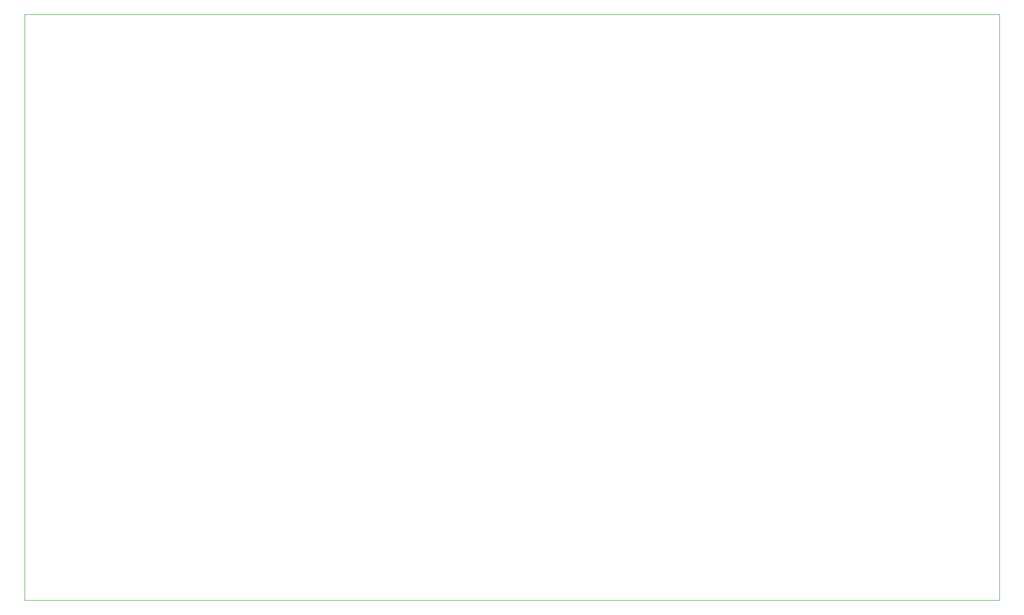
<source format=gbr>
G04 #@! TF.GenerationSoftware,KiCad,Pcbnew,5.1.5-52549c5~86~ubuntu18.04.1*
G04 #@! TF.CreationDate,2020-04-26T19:40:08-07:00*
G04 #@! TF.ProjectId,spla-board,73706c61-2d62-46f6-9172-642e6b696361,9*
G04 #@! TF.SameCoordinates,Original*
G04 #@! TF.FileFunction,Profile,NP*
%FSLAX46Y46*%
G04 Gerber Fmt 4.6, Leading zero omitted, Abs format (unit mm)*
G04 Created by KiCad (PCBNEW 5.1.5-52549c5~86~ubuntu18.04.1) date 2020-04-26 19:40:08*
%MOMM*%
%LPD*%
G04 APERTURE LIST*
%ADD10C,0.050000*%
G04 APERTURE END LIST*
D10*
X40000000Y-155000000D02*
X40000000Y-48000000D01*
X218000000Y-48000000D02*
X218000000Y-155000000D01*
X40000000Y-48000000D02*
X218000000Y-48000000D01*
X40000000Y-155000000D02*
X218000000Y-155000000D01*
M02*

</source>
